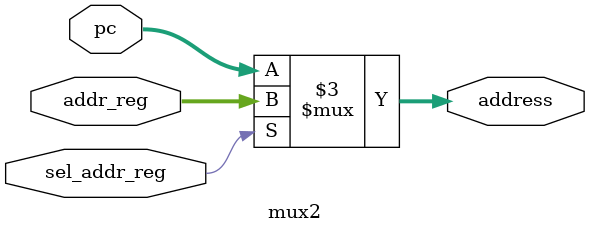
<source format=v>
module mux2 (address, pc, addr_reg, sel_addr_reg);
input [15:0] pc;
input [15:0] addr_reg;
output [15:0] address;
input sel_addr_reg;
reg [15:0] address;

always @(addr_reg or pc or sel_addr_reg)
   if (sel_addr_reg) address = addr_reg;
   else address = pc;
endmodule

</source>
